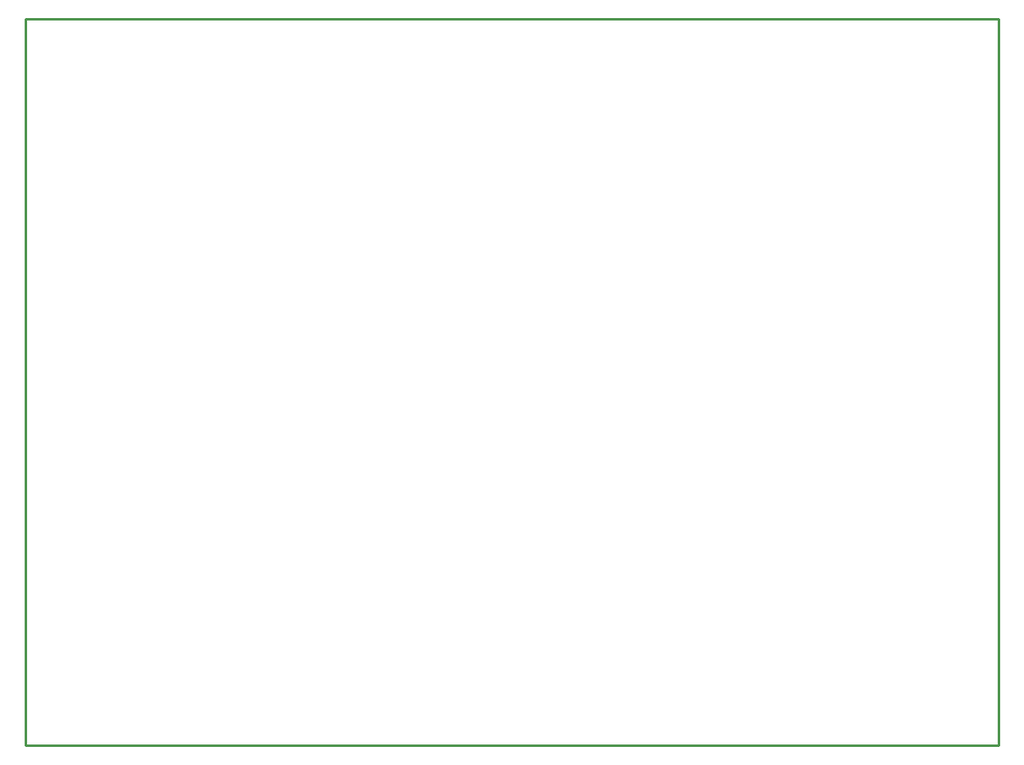
<source format=gbr>
G04 start of page 4 for group 6 idx 6 *
G04 Title: (unknown), outline *
G04 Creator: pcb 20140316 *
G04 CreationDate: Ne 28. leden 2018, 18:47:39 GMT UTC *
G04 For: mario *
G04 Format: Gerber/RS-274X *
G04 PCB-Dimensions (mil): 3976.38 2992.13 *
G04 PCB-Coordinate-Origin: lower left *
%MOIN*%
%FSLAX25Y25*%
%LNOUTLINE*%
%ADD47C,0.0100*%
G54D47*X395000Y4213D02*X375000D01*
X395000D02*Y24213D01*
Y4213D02*X0D01*
Y299213D01*
X395000D01*
Y4213D01*
M02*

</source>
